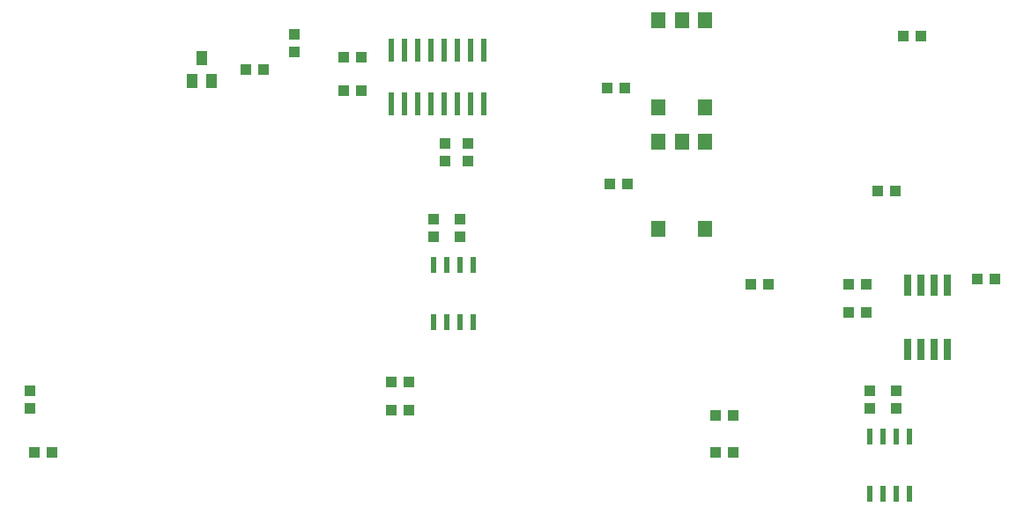
<source format=gbr>
G04 EAGLE Gerber X2 export*
%TF.Part,Single*%
%TF.FileFunction,Paste,Top*%
%TF.FilePolarity,Positive*%
%TF.GenerationSoftware,Autodesk,EAGLE,8.6.0*%
%TF.CreationDate,2018-02-22T08:32:46Z*%
G75*
%MOMM*%
%FSLAX34Y34*%
%LPD*%
%AMOC8*
5,1,8,0,0,1.08239X$1,22.5*%
G01*
%ADD10R,1.000000X1.100000*%
%ADD11R,1.100000X1.000000*%
%ADD12R,1.000000X1.400000*%
%ADD13R,0.600000X1.500000*%
%ADD14R,0.600000X2.200000*%
%ADD15R,0.660400X2.032000*%
%ADD16R,1.400000X1.600000*%


D10*
X425450Y474100D03*
X425450Y491100D03*
X450850Y474100D03*
X450850Y491100D03*
X844550Y309000D03*
X844550Y326000D03*
X869950Y326000D03*
X869950Y309000D03*
X385200Y307340D03*
X402200Y307340D03*
X402200Y334010D03*
X385200Y334010D03*
X42300Y266700D03*
X59300Y266700D03*
D11*
X38100Y326000D03*
X38100Y309000D03*
D10*
X262500Y635000D03*
X245500Y635000D03*
D11*
X292100Y651900D03*
X292100Y668900D03*
D10*
X696350Y266700D03*
X713350Y266700D03*
X713350Y302260D03*
X696350Y302260D03*
D12*
X203200Y646000D03*
X212700Y624000D03*
X193700Y624000D03*
D13*
X438150Y391600D03*
X438150Y446600D03*
X425450Y391600D03*
X450850Y391600D03*
X463550Y391600D03*
X425450Y446600D03*
X450850Y446600D03*
X463550Y446600D03*
X857250Y226500D03*
X857250Y281500D03*
X844550Y226500D03*
X869950Y226500D03*
X882650Y226500D03*
X844550Y281500D03*
X869950Y281500D03*
X882650Y281500D03*
D11*
X841620Y427990D03*
X824620Y427990D03*
X841620Y401320D03*
X824620Y401320D03*
X356480Y646430D03*
X339480Y646430D03*
X356480Y614680D03*
X339480Y614680D03*
D14*
X397510Y601380D03*
X422910Y653380D03*
X384810Y601380D03*
X410210Y601380D03*
X422910Y601380D03*
X410210Y653380D03*
X435610Y653380D03*
X448310Y653380D03*
X448310Y601380D03*
X473710Y653380D03*
X435610Y601380D03*
X461010Y601380D03*
X461010Y653380D03*
X473710Y601380D03*
X397510Y653380D03*
X384810Y653380D03*
D11*
X747640Y427990D03*
X730640Y427990D03*
D10*
X964810Y433070D03*
X947810Y433070D03*
X876690Y666750D03*
X893690Y666750D03*
X852560Y518160D03*
X869560Y518160D03*
X594750Y524510D03*
X611750Y524510D03*
X592210Y617220D03*
X609210Y617220D03*
D15*
X881380Y365506D03*
X881380Y426974D03*
X894080Y365506D03*
X906780Y365506D03*
X894080Y426974D03*
X906780Y426974D03*
X919480Y365506D03*
X919480Y426974D03*
D16*
X686710Y598080D03*
X686710Y682080D03*
X664210Y682080D03*
X641710Y682080D03*
X641710Y598080D03*
X686710Y481240D03*
X686710Y565240D03*
X664210Y565240D03*
X641710Y565240D03*
X641710Y481240D03*
D11*
X458470Y546490D03*
X458470Y563490D03*
X436880Y546490D03*
X436880Y563490D03*
M02*

</source>
